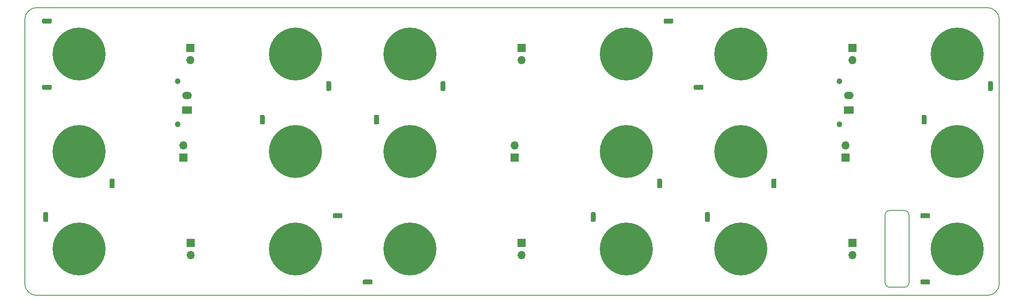
<source format=gbr>
%TF.GenerationSoftware,KiCad,Pcbnew,(5.0.0-rc2-dev-632-g76d3b6f04)*%
%TF.CreationDate,2018-06-22T20:22:36+02:00*%
%TF.ProjectId,CellsBoard,43656C6C73426F6172642E6B69636164,rev?*%
%TF.SameCoordinates,Original*%
%TF.FileFunction,Soldermask,Bot*%
%TF.FilePolarity,Negative*%
%FSLAX46Y46*%
G04 Gerber Fmt 4.6, Leading zero omitted, Abs format (unit mm)*
G04 Created by KiCad (PCBNEW (5.0.0-rc2-dev-632-g76d3b6f04)) date 06/22/18 20:22:36*
%MOMM*%
%LPD*%
G01*
G04 APERTURE LIST*
%ADD10C,0.150000*%
%ADD11C,11.000000*%
%ADD12C,0.900000*%
%ADD13C,1.000000*%
%ADD14O,2.000000X1.500000*%
%ADD15R,2.000000X1.500000*%
%ADD16C,1.200000*%
%ADD17O,1.700000X1.700000*%
%ADD18R,1.700000X1.700000*%
G04 APERTURE END LIST*
D10*
X229750000Y-132300000D02*
X232750000Y-132300000D01*
X228750000Y-147300000D02*
X228750000Y-133300000D01*
X232750000Y-148300000D02*
X229750000Y-148300000D01*
X233750000Y-133300000D02*
X233750000Y-147300000D01*
X229750000Y-148300000D02*
G75*
G02X228750000Y-147300000I0J1000000D01*
G01*
X228750000Y-133300000D02*
G75*
G02X229750000Y-132300000I1000000J0D01*
G01*
X232750000Y-132300000D02*
G75*
G02X233750000Y-133300000I0J-1000000D01*
G01*
X233750000Y-147300000D02*
G75*
G02X232750000Y-148300000I-1000000J0D01*
G01*
X250000000Y-90000000D02*
X52500000Y-90000000D01*
X250000000Y-90000000D02*
G75*
G02X252500000Y-92500000I0J-2500000D01*
G01*
X252500000Y-147500000D02*
X252500000Y-92500000D01*
X252500000Y-147500000D02*
G75*
G02X250000000Y-150000000I-2500000J0D01*
G01*
X52500000Y-150000000D02*
X250000000Y-150000000D01*
X52500000Y-150000000D02*
G75*
G02X50000000Y-147500000I0J2500000D01*
G01*
X50000000Y-92500000D02*
X50000000Y-147500000D01*
X50000000Y-92500000D02*
G75*
G02X52500000Y-90000000I2500000J0D01*
G01*
D11*
X106250000Y-140300000D03*
D12*
X110375000Y-140300000D03*
X109176815Y-143226815D03*
X106250000Y-144425000D03*
X103323185Y-143226815D03*
X102125000Y-140300000D03*
X103323185Y-137373185D03*
X106250000Y-136175000D03*
X109176815Y-137373185D03*
X134125000Y-140300000D03*
X125875000Y-140300000D03*
X130000000Y-144425000D03*
X127073185Y-137373185D03*
X132926815Y-137373185D03*
X132926815Y-143226815D03*
X130000000Y-136175000D03*
X127073185Y-143226815D03*
D11*
X130000000Y-140300000D03*
D10*
G36*
X115774504Y-132901204D02*
X115798773Y-132904804D01*
X115822571Y-132910765D01*
X115845671Y-132919030D01*
X115867849Y-132929520D01*
X115888893Y-132942133D01*
X115908598Y-132956747D01*
X115926777Y-132973223D01*
X115943253Y-132991402D01*
X115957867Y-133011107D01*
X115970480Y-133032151D01*
X115980970Y-133054329D01*
X115989235Y-133077429D01*
X115995196Y-133101227D01*
X115998796Y-133125496D01*
X116000000Y-133150000D01*
X116000000Y-133650000D01*
X115998796Y-133674504D01*
X115995196Y-133698773D01*
X115989235Y-133722571D01*
X115980970Y-133745671D01*
X115970480Y-133767849D01*
X115957867Y-133788893D01*
X115943253Y-133808598D01*
X115926777Y-133826777D01*
X115908598Y-133843253D01*
X115888893Y-133857867D01*
X115867849Y-133870480D01*
X115845671Y-133880970D01*
X115822571Y-133889235D01*
X115798773Y-133895196D01*
X115774504Y-133898796D01*
X115750000Y-133900000D01*
X114250000Y-133900000D01*
X114225496Y-133898796D01*
X114201227Y-133895196D01*
X114177429Y-133889235D01*
X114154329Y-133880970D01*
X114132151Y-133870480D01*
X114111107Y-133857867D01*
X114091402Y-133843253D01*
X114073223Y-133826777D01*
X114056747Y-133808598D01*
X114042133Y-133788893D01*
X114029520Y-133767849D01*
X114019030Y-133745671D01*
X114010765Y-133722571D01*
X114004804Y-133698773D01*
X114001204Y-133674504D01*
X114000000Y-133650000D01*
X114000000Y-133150000D01*
X114001204Y-133125496D01*
X114004804Y-133101227D01*
X114010765Y-133077429D01*
X114019030Y-133054329D01*
X114029520Y-133032151D01*
X114042133Y-133011107D01*
X114056747Y-132991402D01*
X114073223Y-132973223D01*
X114091402Y-132956747D01*
X114111107Y-132942133D01*
X114132151Y-132929520D01*
X114154329Y-132919030D01*
X114177429Y-132910765D01*
X114201227Y-132904804D01*
X114225496Y-132901204D01*
X114250000Y-132900000D01*
X115750000Y-132900000D01*
X115774504Y-132901204D01*
X115774504Y-132901204D01*
G37*
D13*
X115000000Y-133400000D03*
D10*
G36*
X122024504Y-146701204D02*
X122048773Y-146704804D01*
X122072571Y-146710765D01*
X122095671Y-146719030D01*
X122117849Y-146729520D01*
X122138893Y-146742133D01*
X122158598Y-146756747D01*
X122176777Y-146773223D01*
X122193253Y-146791402D01*
X122207867Y-146811107D01*
X122220480Y-146832151D01*
X122230970Y-146854329D01*
X122239235Y-146877429D01*
X122245196Y-146901227D01*
X122248796Y-146925496D01*
X122250000Y-146950000D01*
X122250000Y-147450000D01*
X122248796Y-147474504D01*
X122245196Y-147498773D01*
X122239235Y-147522571D01*
X122230970Y-147545671D01*
X122220480Y-147567849D01*
X122207867Y-147588893D01*
X122193253Y-147608598D01*
X122176777Y-147626777D01*
X122158598Y-147643253D01*
X122138893Y-147657867D01*
X122117849Y-147670480D01*
X122095671Y-147680970D01*
X122072571Y-147689235D01*
X122048773Y-147695196D01*
X122024504Y-147698796D01*
X122000000Y-147700000D01*
X120500000Y-147700000D01*
X120475496Y-147698796D01*
X120451227Y-147695196D01*
X120427429Y-147689235D01*
X120404329Y-147680970D01*
X120382151Y-147670480D01*
X120361107Y-147657867D01*
X120341402Y-147643253D01*
X120323223Y-147626777D01*
X120306747Y-147608598D01*
X120292133Y-147588893D01*
X120279520Y-147567849D01*
X120269030Y-147545671D01*
X120260765Y-147522571D01*
X120254804Y-147498773D01*
X120251204Y-147474504D01*
X120250000Y-147450000D01*
X120250000Y-146950000D01*
X120251204Y-146925496D01*
X120254804Y-146901227D01*
X120260765Y-146877429D01*
X120269030Y-146854329D01*
X120279520Y-146832151D01*
X120292133Y-146811107D01*
X120306747Y-146791402D01*
X120323223Y-146773223D01*
X120341402Y-146756747D01*
X120361107Y-146742133D01*
X120382151Y-146729520D01*
X120404329Y-146719030D01*
X120427429Y-146710765D01*
X120451227Y-146704804D01*
X120475496Y-146701204D01*
X120500000Y-146700000D01*
X122000000Y-146700000D01*
X122024504Y-146701204D01*
X122024504Y-146701204D01*
G37*
D13*
X121250000Y-147200000D03*
D11*
X175000000Y-99700000D03*
D12*
X179125000Y-99700000D03*
X177926815Y-102626815D03*
X175000000Y-103825000D03*
X172073185Y-102626815D03*
X170875000Y-99700000D03*
X172073185Y-96773185D03*
X175000000Y-95575000D03*
X177926815Y-96773185D03*
X202875000Y-99700000D03*
X194625000Y-99700000D03*
X198750000Y-103825000D03*
X195823185Y-96773185D03*
X201676815Y-96773185D03*
X201676815Y-102626815D03*
X198750000Y-95575000D03*
X195823185Y-102626815D03*
D11*
X198750000Y-99700000D03*
D10*
G36*
X184524504Y-92301204D02*
X184548773Y-92304804D01*
X184572571Y-92310765D01*
X184595671Y-92319030D01*
X184617849Y-92329520D01*
X184638893Y-92342133D01*
X184658598Y-92356747D01*
X184676777Y-92373223D01*
X184693253Y-92391402D01*
X184707867Y-92411107D01*
X184720480Y-92432151D01*
X184730970Y-92454329D01*
X184739235Y-92477429D01*
X184745196Y-92501227D01*
X184748796Y-92525496D01*
X184750000Y-92550000D01*
X184750000Y-93050000D01*
X184748796Y-93074504D01*
X184745196Y-93098773D01*
X184739235Y-93122571D01*
X184730970Y-93145671D01*
X184720480Y-93167849D01*
X184707867Y-93188893D01*
X184693253Y-93208598D01*
X184676777Y-93226777D01*
X184658598Y-93243253D01*
X184638893Y-93257867D01*
X184617849Y-93270480D01*
X184595671Y-93280970D01*
X184572571Y-93289235D01*
X184548773Y-93295196D01*
X184524504Y-93298796D01*
X184500000Y-93300000D01*
X183000000Y-93300000D01*
X182975496Y-93298796D01*
X182951227Y-93295196D01*
X182927429Y-93289235D01*
X182904329Y-93280970D01*
X182882151Y-93270480D01*
X182861107Y-93257867D01*
X182841402Y-93243253D01*
X182823223Y-93226777D01*
X182806747Y-93208598D01*
X182792133Y-93188893D01*
X182779520Y-93167849D01*
X182769030Y-93145671D01*
X182760765Y-93122571D01*
X182754804Y-93098773D01*
X182751204Y-93074504D01*
X182750000Y-93050000D01*
X182750000Y-92550000D01*
X182751204Y-92525496D01*
X182754804Y-92501227D01*
X182760765Y-92477429D01*
X182769030Y-92454329D01*
X182779520Y-92432151D01*
X182792133Y-92411107D01*
X182806747Y-92391402D01*
X182823223Y-92373223D01*
X182841402Y-92356747D01*
X182861107Y-92342133D01*
X182882151Y-92329520D01*
X182904329Y-92319030D01*
X182927429Y-92310765D01*
X182951227Y-92304804D01*
X182975496Y-92301204D01*
X183000000Y-92300000D01*
X184500000Y-92300000D01*
X184524504Y-92301204D01*
X184524504Y-92301204D01*
G37*
D13*
X183750000Y-92800000D03*
D10*
G36*
X190774504Y-106101204D02*
X190798773Y-106104804D01*
X190822571Y-106110765D01*
X190845671Y-106119030D01*
X190867849Y-106129520D01*
X190888893Y-106142133D01*
X190908598Y-106156747D01*
X190926777Y-106173223D01*
X190943253Y-106191402D01*
X190957867Y-106211107D01*
X190970480Y-106232151D01*
X190980970Y-106254329D01*
X190989235Y-106277429D01*
X190995196Y-106301227D01*
X190998796Y-106325496D01*
X191000000Y-106350000D01*
X191000000Y-106850000D01*
X190998796Y-106874504D01*
X190995196Y-106898773D01*
X190989235Y-106922571D01*
X190980970Y-106945671D01*
X190970480Y-106967849D01*
X190957867Y-106988893D01*
X190943253Y-107008598D01*
X190926777Y-107026777D01*
X190908598Y-107043253D01*
X190888893Y-107057867D01*
X190867849Y-107070480D01*
X190845671Y-107080970D01*
X190822571Y-107089235D01*
X190798773Y-107095196D01*
X190774504Y-107098796D01*
X190750000Y-107100000D01*
X189250000Y-107100000D01*
X189225496Y-107098796D01*
X189201227Y-107095196D01*
X189177429Y-107089235D01*
X189154329Y-107080970D01*
X189132151Y-107070480D01*
X189111107Y-107057867D01*
X189091402Y-107043253D01*
X189073223Y-107026777D01*
X189056747Y-107008598D01*
X189042133Y-106988893D01*
X189029520Y-106967849D01*
X189019030Y-106945671D01*
X189010765Y-106922571D01*
X189004804Y-106898773D01*
X189001204Y-106874504D01*
X189000000Y-106850000D01*
X189000000Y-106350000D01*
X189001204Y-106325496D01*
X189004804Y-106301227D01*
X189010765Y-106277429D01*
X189019030Y-106254329D01*
X189029520Y-106232151D01*
X189042133Y-106211107D01*
X189056747Y-106191402D01*
X189073223Y-106173223D01*
X189091402Y-106156747D01*
X189111107Y-106142133D01*
X189132151Y-106129520D01*
X189154329Y-106119030D01*
X189177429Y-106110765D01*
X189201227Y-106104804D01*
X189225496Y-106101204D01*
X189250000Y-106100000D01*
X190750000Y-106100000D01*
X190774504Y-106101204D01*
X190774504Y-106101204D01*
G37*
D13*
X190000000Y-106600000D03*
D11*
X106250000Y-120000000D03*
D12*
X106250000Y-115875000D03*
X109176815Y-117073185D03*
X110375000Y-120000000D03*
X109176815Y-122926815D03*
X106250000Y-124125000D03*
X103323185Y-122926815D03*
X102125000Y-120000000D03*
X103323185Y-117073185D03*
X106250000Y-95575000D03*
X106250000Y-103825000D03*
X110375000Y-99700000D03*
X103323185Y-102626815D03*
X103323185Y-96773185D03*
X109176815Y-96773185D03*
X102125000Y-99700000D03*
X109176815Y-102626815D03*
D11*
X106250000Y-99700000D03*
D10*
G36*
X99624504Y-112351204D02*
X99648773Y-112354804D01*
X99672571Y-112360765D01*
X99695671Y-112369030D01*
X99717849Y-112379520D01*
X99738893Y-112392133D01*
X99758598Y-112406747D01*
X99776777Y-112423223D01*
X99793253Y-112441402D01*
X99807867Y-112461107D01*
X99820480Y-112482151D01*
X99830970Y-112504329D01*
X99839235Y-112527429D01*
X99845196Y-112551227D01*
X99848796Y-112575496D01*
X99850000Y-112600000D01*
X99850000Y-114100000D01*
X99848796Y-114124504D01*
X99845196Y-114148773D01*
X99839235Y-114172571D01*
X99830970Y-114195671D01*
X99820480Y-114217849D01*
X99807867Y-114238893D01*
X99793253Y-114258598D01*
X99776777Y-114276777D01*
X99758598Y-114293253D01*
X99738893Y-114307867D01*
X99717849Y-114320480D01*
X99695671Y-114330970D01*
X99672571Y-114339235D01*
X99648773Y-114345196D01*
X99624504Y-114348796D01*
X99600000Y-114350000D01*
X99100000Y-114350000D01*
X99075496Y-114348796D01*
X99051227Y-114345196D01*
X99027429Y-114339235D01*
X99004329Y-114330970D01*
X98982151Y-114320480D01*
X98961107Y-114307867D01*
X98941402Y-114293253D01*
X98923223Y-114276777D01*
X98906747Y-114258598D01*
X98892133Y-114238893D01*
X98879520Y-114217849D01*
X98869030Y-114195671D01*
X98860765Y-114172571D01*
X98854804Y-114148773D01*
X98851204Y-114124504D01*
X98850000Y-114100000D01*
X98850000Y-112600000D01*
X98851204Y-112575496D01*
X98854804Y-112551227D01*
X98860765Y-112527429D01*
X98869030Y-112504329D01*
X98879520Y-112482151D01*
X98892133Y-112461107D01*
X98906747Y-112441402D01*
X98923223Y-112423223D01*
X98941402Y-112406747D01*
X98961107Y-112392133D01*
X98982151Y-112379520D01*
X99004329Y-112369030D01*
X99027429Y-112360765D01*
X99051227Y-112354804D01*
X99075496Y-112351204D01*
X99100000Y-112350000D01*
X99600000Y-112350000D01*
X99624504Y-112351204D01*
X99624504Y-112351204D01*
G37*
D13*
X99350000Y-113350000D03*
D10*
G36*
X113424504Y-105351204D02*
X113448773Y-105354804D01*
X113472571Y-105360765D01*
X113495671Y-105369030D01*
X113517849Y-105379520D01*
X113538893Y-105392133D01*
X113558598Y-105406747D01*
X113576777Y-105423223D01*
X113593253Y-105441402D01*
X113607867Y-105461107D01*
X113620480Y-105482151D01*
X113630970Y-105504329D01*
X113639235Y-105527429D01*
X113645196Y-105551227D01*
X113648796Y-105575496D01*
X113650000Y-105600000D01*
X113650000Y-107100000D01*
X113648796Y-107124504D01*
X113645196Y-107148773D01*
X113639235Y-107172571D01*
X113630970Y-107195671D01*
X113620480Y-107217849D01*
X113607867Y-107238893D01*
X113593253Y-107258598D01*
X113576777Y-107276777D01*
X113558598Y-107293253D01*
X113538893Y-107307867D01*
X113517849Y-107320480D01*
X113495671Y-107330970D01*
X113472571Y-107339235D01*
X113448773Y-107345196D01*
X113424504Y-107348796D01*
X113400000Y-107350000D01*
X112900000Y-107350000D01*
X112875496Y-107348796D01*
X112851227Y-107345196D01*
X112827429Y-107339235D01*
X112804329Y-107330970D01*
X112782151Y-107320480D01*
X112761107Y-107307867D01*
X112741402Y-107293253D01*
X112723223Y-107276777D01*
X112706747Y-107258598D01*
X112692133Y-107238893D01*
X112679520Y-107217849D01*
X112669030Y-107195671D01*
X112660765Y-107172571D01*
X112654804Y-107148773D01*
X112651204Y-107124504D01*
X112650000Y-107100000D01*
X112650000Y-105600000D01*
X112651204Y-105575496D01*
X112654804Y-105551227D01*
X112660765Y-105527429D01*
X112669030Y-105504329D01*
X112679520Y-105482151D01*
X112692133Y-105461107D01*
X112706747Y-105441402D01*
X112723223Y-105423223D01*
X112741402Y-105406747D01*
X112761107Y-105392133D01*
X112782151Y-105379520D01*
X112804329Y-105369030D01*
X112827429Y-105360765D01*
X112851227Y-105354804D01*
X112875496Y-105351204D01*
X112900000Y-105350000D01*
X113400000Y-105350000D01*
X113424504Y-105351204D01*
X113424504Y-105351204D01*
G37*
D13*
X113150000Y-106350000D03*
D11*
X61250000Y-140300000D03*
D12*
X61250000Y-136175000D03*
X64176815Y-137373185D03*
X65375000Y-140300000D03*
X64176815Y-143226815D03*
X61250000Y-144425000D03*
X58323185Y-143226815D03*
X57125000Y-140300000D03*
X58323185Y-137373185D03*
X61250000Y-115875000D03*
X61250000Y-124125000D03*
X65375000Y-120000000D03*
X58323185Y-122926815D03*
X58323185Y-117073185D03*
X64176815Y-117073185D03*
X57125000Y-120000000D03*
X64176815Y-122926815D03*
D11*
X61250000Y-120000000D03*
D10*
G36*
X54624504Y-132651204D02*
X54648773Y-132654804D01*
X54672571Y-132660765D01*
X54695671Y-132669030D01*
X54717849Y-132679520D01*
X54738893Y-132692133D01*
X54758598Y-132706747D01*
X54776777Y-132723223D01*
X54793253Y-132741402D01*
X54807867Y-132761107D01*
X54820480Y-132782151D01*
X54830970Y-132804329D01*
X54839235Y-132827429D01*
X54845196Y-132851227D01*
X54848796Y-132875496D01*
X54850000Y-132900000D01*
X54850000Y-134400000D01*
X54848796Y-134424504D01*
X54845196Y-134448773D01*
X54839235Y-134472571D01*
X54830970Y-134495671D01*
X54820480Y-134517849D01*
X54807867Y-134538893D01*
X54793253Y-134558598D01*
X54776777Y-134576777D01*
X54758598Y-134593253D01*
X54738893Y-134607867D01*
X54717849Y-134620480D01*
X54695671Y-134630970D01*
X54672571Y-134639235D01*
X54648773Y-134645196D01*
X54624504Y-134648796D01*
X54600000Y-134650000D01*
X54100000Y-134650000D01*
X54075496Y-134648796D01*
X54051227Y-134645196D01*
X54027429Y-134639235D01*
X54004329Y-134630970D01*
X53982151Y-134620480D01*
X53961107Y-134607867D01*
X53941402Y-134593253D01*
X53923223Y-134576777D01*
X53906747Y-134558598D01*
X53892133Y-134538893D01*
X53879520Y-134517849D01*
X53869030Y-134495671D01*
X53860765Y-134472571D01*
X53854804Y-134448773D01*
X53851204Y-134424504D01*
X53850000Y-134400000D01*
X53850000Y-132900000D01*
X53851204Y-132875496D01*
X53854804Y-132851227D01*
X53860765Y-132827429D01*
X53869030Y-132804329D01*
X53879520Y-132782151D01*
X53892133Y-132761107D01*
X53906747Y-132741402D01*
X53923223Y-132723223D01*
X53941402Y-132706747D01*
X53961107Y-132692133D01*
X53982151Y-132679520D01*
X54004329Y-132669030D01*
X54027429Y-132660765D01*
X54051227Y-132654804D01*
X54075496Y-132651204D01*
X54100000Y-132650000D01*
X54600000Y-132650000D01*
X54624504Y-132651204D01*
X54624504Y-132651204D01*
G37*
D13*
X54350000Y-133650000D03*
D10*
G36*
X68424504Y-125651204D02*
X68448773Y-125654804D01*
X68472571Y-125660765D01*
X68495671Y-125669030D01*
X68517849Y-125679520D01*
X68538893Y-125692133D01*
X68558598Y-125706747D01*
X68576777Y-125723223D01*
X68593253Y-125741402D01*
X68607867Y-125761107D01*
X68620480Y-125782151D01*
X68630970Y-125804329D01*
X68639235Y-125827429D01*
X68645196Y-125851227D01*
X68648796Y-125875496D01*
X68650000Y-125900000D01*
X68650000Y-127400000D01*
X68648796Y-127424504D01*
X68645196Y-127448773D01*
X68639235Y-127472571D01*
X68630970Y-127495671D01*
X68620480Y-127517849D01*
X68607867Y-127538893D01*
X68593253Y-127558598D01*
X68576777Y-127576777D01*
X68558598Y-127593253D01*
X68538893Y-127607867D01*
X68517849Y-127620480D01*
X68495671Y-127630970D01*
X68472571Y-127639235D01*
X68448773Y-127645196D01*
X68424504Y-127648796D01*
X68400000Y-127650000D01*
X67900000Y-127650000D01*
X67875496Y-127648796D01*
X67851227Y-127645196D01*
X67827429Y-127639235D01*
X67804329Y-127630970D01*
X67782151Y-127620480D01*
X67761107Y-127607867D01*
X67741402Y-127593253D01*
X67723223Y-127576777D01*
X67706747Y-127558598D01*
X67692133Y-127538893D01*
X67679520Y-127517849D01*
X67669030Y-127495671D01*
X67660765Y-127472571D01*
X67654804Y-127448773D01*
X67651204Y-127424504D01*
X67650000Y-127400000D01*
X67650000Y-125900000D01*
X67651204Y-125875496D01*
X67654804Y-125851227D01*
X67660765Y-125827429D01*
X67669030Y-125804329D01*
X67679520Y-125782151D01*
X67692133Y-125761107D01*
X67706747Y-125741402D01*
X67723223Y-125723223D01*
X67741402Y-125706747D01*
X67761107Y-125692133D01*
X67782151Y-125679520D01*
X67804329Y-125669030D01*
X67827429Y-125660765D01*
X67851227Y-125654804D01*
X67875496Y-125651204D01*
X67900000Y-125650000D01*
X68400000Y-125650000D01*
X68424504Y-125651204D01*
X68424504Y-125651204D01*
G37*
D13*
X68150000Y-126650000D03*
D11*
X175000000Y-120000000D03*
D12*
X175000000Y-124125000D03*
X172073185Y-122926815D03*
X170875000Y-120000000D03*
X172073185Y-117073185D03*
X175000000Y-115875000D03*
X177926815Y-117073185D03*
X179125000Y-120000000D03*
X177926815Y-122926815D03*
X175000000Y-144425000D03*
X175000000Y-136175000D03*
X170875000Y-140300000D03*
X177926815Y-137373185D03*
X177926815Y-143226815D03*
X172073185Y-143226815D03*
X179125000Y-140300000D03*
X172073185Y-137373185D03*
D11*
X175000000Y-140300000D03*
D10*
G36*
X182174504Y-125651204D02*
X182198773Y-125654804D01*
X182222571Y-125660765D01*
X182245671Y-125669030D01*
X182267849Y-125679520D01*
X182288893Y-125692133D01*
X182308598Y-125706747D01*
X182326777Y-125723223D01*
X182343253Y-125741402D01*
X182357867Y-125761107D01*
X182370480Y-125782151D01*
X182380970Y-125804329D01*
X182389235Y-125827429D01*
X182395196Y-125851227D01*
X182398796Y-125875496D01*
X182400000Y-125900000D01*
X182400000Y-127400000D01*
X182398796Y-127424504D01*
X182395196Y-127448773D01*
X182389235Y-127472571D01*
X182380970Y-127495671D01*
X182370480Y-127517849D01*
X182357867Y-127538893D01*
X182343253Y-127558598D01*
X182326777Y-127576777D01*
X182308598Y-127593253D01*
X182288893Y-127607867D01*
X182267849Y-127620480D01*
X182245671Y-127630970D01*
X182222571Y-127639235D01*
X182198773Y-127645196D01*
X182174504Y-127648796D01*
X182150000Y-127650000D01*
X181650000Y-127650000D01*
X181625496Y-127648796D01*
X181601227Y-127645196D01*
X181577429Y-127639235D01*
X181554329Y-127630970D01*
X181532151Y-127620480D01*
X181511107Y-127607867D01*
X181491402Y-127593253D01*
X181473223Y-127576777D01*
X181456747Y-127558598D01*
X181442133Y-127538893D01*
X181429520Y-127517849D01*
X181419030Y-127495671D01*
X181410765Y-127472571D01*
X181404804Y-127448773D01*
X181401204Y-127424504D01*
X181400000Y-127400000D01*
X181400000Y-125900000D01*
X181401204Y-125875496D01*
X181404804Y-125851227D01*
X181410765Y-125827429D01*
X181419030Y-125804329D01*
X181429520Y-125782151D01*
X181442133Y-125761107D01*
X181456747Y-125741402D01*
X181473223Y-125723223D01*
X181491402Y-125706747D01*
X181511107Y-125692133D01*
X181532151Y-125679520D01*
X181554329Y-125669030D01*
X181577429Y-125660765D01*
X181601227Y-125654804D01*
X181625496Y-125651204D01*
X181650000Y-125650000D01*
X182150000Y-125650000D01*
X182174504Y-125651204D01*
X182174504Y-125651204D01*
G37*
D13*
X181900000Y-126650000D03*
D10*
G36*
X168374504Y-132651204D02*
X168398773Y-132654804D01*
X168422571Y-132660765D01*
X168445671Y-132669030D01*
X168467849Y-132679520D01*
X168488893Y-132692133D01*
X168508598Y-132706747D01*
X168526777Y-132723223D01*
X168543253Y-132741402D01*
X168557867Y-132761107D01*
X168570480Y-132782151D01*
X168580970Y-132804329D01*
X168589235Y-132827429D01*
X168595196Y-132851227D01*
X168598796Y-132875496D01*
X168600000Y-132900000D01*
X168600000Y-134400000D01*
X168598796Y-134424504D01*
X168595196Y-134448773D01*
X168589235Y-134472571D01*
X168580970Y-134495671D01*
X168570480Y-134517849D01*
X168557867Y-134538893D01*
X168543253Y-134558598D01*
X168526777Y-134576777D01*
X168508598Y-134593253D01*
X168488893Y-134607867D01*
X168467849Y-134620480D01*
X168445671Y-134630970D01*
X168422571Y-134639235D01*
X168398773Y-134645196D01*
X168374504Y-134648796D01*
X168350000Y-134650000D01*
X167850000Y-134650000D01*
X167825496Y-134648796D01*
X167801227Y-134645196D01*
X167777429Y-134639235D01*
X167754329Y-134630970D01*
X167732151Y-134620480D01*
X167711107Y-134607867D01*
X167691402Y-134593253D01*
X167673223Y-134576777D01*
X167656747Y-134558598D01*
X167642133Y-134538893D01*
X167629520Y-134517849D01*
X167619030Y-134495671D01*
X167610765Y-134472571D01*
X167604804Y-134448773D01*
X167601204Y-134424504D01*
X167600000Y-134400000D01*
X167600000Y-132900000D01*
X167601204Y-132875496D01*
X167604804Y-132851227D01*
X167610765Y-132827429D01*
X167619030Y-132804329D01*
X167629520Y-132782151D01*
X167642133Y-132761107D01*
X167656747Y-132741402D01*
X167673223Y-132723223D01*
X167691402Y-132706747D01*
X167711107Y-132692133D01*
X167732151Y-132679520D01*
X167754329Y-132669030D01*
X167777429Y-132660765D01*
X167801227Y-132654804D01*
X167825496Y-132651204D01*
X167850000Y-132650000D01*
X168350000Y-132650000D01*
X168374504Y-132651204D01*
X168374504Y-132651204D01*
G37*
D13*
X168100000Y-133650000D03*
D11*
X130000000Y-99700000D03*
D12*
X130000000Y-103825000D03*
X127073185Y-102626815D03*
X125875000Y-99700000D03*
X127073185Y-96773185D03*
X130000000Y-95575000D03*
X132926815Y-96773185D03*
X134125000Y-99700000D03*
X132926815Y-102626815D03*
X130000000Y-124125000D03*
X130000000Y-115875000D03*
X125875000Y-120000000D03*
X132926815Y-117073185D03*
X132926815Y-122926815D03*
X127073185Y-122926815D03*
X134125000Y-120000000D03*
X127073185Y-117073185D03*
D11*
X130000000Y-120000000D03*
D10*
G36*
X137174504Y-105351204D02*
X137198773Y-105354804D01*
X137222571Y-105360765D01*
X137245671Y-105369030D01*
X137267849Y-105379520D01*
X137288893Y-105392133D01*
X137308598Y-105406747D01*
X137326777Y-105423223D01*
X137343253Y-105441402D01*
X137357867Y-105461107D01*
X137370480Y-105482151D01*
X137380970Y-105504329D01*
X137389235Y-105527429D01*
X137395196Y-105551227D01*
X137398796Y-105575496D01*
X137400000Y-105600000D01*
X137400000Y-107100000D01*
X137398796Y-107124504D01*
X137395196Y-107148773D01*
X137389235Y-107172571D01*
X137380970Y-107195671D01*
X137370480Y-107217849D01*
X137357867Y-107238893D01*
X137343253Y-107258598D01*
X137326777Y-107276777D01*
X137308598Y-107293253D01*
X137288893Y-107307867D01*
X137267849Y-107320480D01*
X137245671Y-107330970D01*
X137222571Y-107339235D01*
X137198773Y-107345196D01*
X137174504Y-107348796D01*
X137150000Y-107350000D01*
X136650000Y-107350000D01*
X136625496Y-107348796D01*
X136601227Y-107345196D01*
X136577429Y-107339235D01*
X136554329Y-107330970D01*
X136532151Y-107320480D01*
X136511107Y-107307867D01*
X136491402Y-107293253D01*
X136473223Y-107276777D01*
X136456747Y-107258598D01*
X136442133Y-107238893D01*
X136429520Y-107217849D01*
X136419030Y-107195671D01*
X136410765Y-107172571D01*
X136404804Y-107148773D01*
X136401204Y-107124504D01*
X136400000Y-107100000D01*
X136400000Y-105600000D01*
X136401204Y-105575496D01*
X136404804Y-105551227D01*
X136410765Y-105527429D01*
X136419030Y-105504329D01*
X136429520Y-105482151D01*
X136442133Y-105461107D01*
X136456747Y-105441402D01*
X136473223Y-105423223D01*
X136491402Y-105406747D01*
X136511107Y-105392133D01*
X136532151Y-105379520D01*
X136554329Y-105369030D01*
X136577429Y-105360765D01*
X136601227Y-105354804D01*
X136625496Y-105351204D01*
X136650000Y-105350000D01*
X137150000Y-105350000D01*
X137174504Y-105351204D01*
X137174504Y-105351204D01*
G37*
D13*
X136900000Y-106350000D03*
D10*
G36*
X123374504Y-112351204D02*
X123398773Y-112354804D01*
X123422571Y-112360765D01*
X123445671Y-112369030D01*
X123467849Y-112379520D01*
X123488893Y-112392133D01*
X123508598Y-112406747D01*
X123526777Y-112423223D01*
X123543253Y-112441402D01*
X123557867Y-112461107D01*
X123570480Y-112482151D01*
X123580970Y-112504329D01*
X123589235Y-112527429D01*
X123595196Y-112551227D01*
X123598796Y-112575496D01*
X123600000Y-112600000D01*
X123600000Y-114100000D01*
X123598796Y-114124504D01*
X123595196Y-114148773D01*
X123589235Y-114172571D01*
X123580970Y-114195671D01*
X123570480Y-114217849D01*
X123557867Y-114238893D01*
X123543253Y-114258598D01*
X123526777Y-114276777D01*
X123508598Y-114293253D01*
X123488893Y-114307867D01*
X123467849Y-114320480D01*
X123445671Y-114330970D01*
X123422571Y-114339235D01*
X123398773Y-114345196D01*
X123374504Y-114348796D01*
X123350000Y-114350000D01*
X122850000Y-114350000D01*
X122825496Y-114348796D01*
X122801227Y-114345196D01*
X122777429Y-114339235D01*
X122754329Y-114330970D01*
X122732151Y-114320480D01*
X122711107Y-114307867D01*
X122691402Y-114293253D01*
X122673223Y-114276777D01*
X122656747Y-114258598D01*
X122642133Y-114238893D01*
X122629520Y-114217849D01*
X122619030Y-114195671D01*
X122610765Y-114172571D01*
X122604804Y-114148773D01*
X122601204Y-114124504D01*
X122600000Y-114100000D01*
X122600000Y-112600000D01*
X122601204Y-112575496D01*
X122604804Y-112551227D01*
X122610765Y-112527429D01*
X122619030Y-112504329D01*
X122629520Y-112482151D01*
X122642133Y-112461107D01*
X122656747Y-112441402D01*
X122673223Y-112423223D01*
X122691402Y-112406747D01*
X122711107Y-112392133D01*
X122732151Y-112379520D01*
X122754329Y-112369030D01*
X122777429Y-112360765D01*
X122801227Y-112354804D01*
X122825496Y-112351204D01*
X122850000Y-112350000D01*
X123350000Y-112350000D01*
X123374504Y-112351204D01*
X123374504Y-112351204D01*
G37*
D13*
X123100000Y-113350000D03*
D11*
X243750000Y-120000000D03*
D12*
X243750000Y-115875000D03*
X246676815Y-117073185D03*
X247875000Y-120000000D03*
X246676815Y-122926815D03*
X243750000Y-124125000D03*
X240823185Y-122926815D03*
X239625000Y-120000000D03*
X240823185Y-117073185D03*
X243750000Y-95575000D03*
X243750000Y-103825000D03*
X247875000Y-99700000D03*
X240823185Y-102626815D03*
X240823185Y-96773185D03*
X246676815Y-96773185D03*
X239625000Y-99700000D03*
X246676815Y-102626815D03*
D11*
X243750000Y-99700000D03*
D10*
G36*
X237124504Y-112351204D02*
X237148773Y-112354804D01*
X237172571Y-112360765D01*
X237195671Y-112369030D01*
X237217849Y-112379520D01*
X237238893Y-112392133D01*
X237258598Y-112406747D01*
X237276777Y-112423223D01*
X237293253Y-112441402D01*
X237307867Y-112461107D01*
X237320480Y-112482151D01*
X237330970Y-112504329D01*
X237339235Y-112527429D01*
X237345196Y-112551227D01*
X237348796Y-112575496D01*
X237350000Y-112600000D01*
X237350000Y-114100000D01*
X237348796Y-114124504D01*
X237345196Y-114148773D01*
X237339235Y-114172571D01*
X237330970Y-114195671D01*
X237320480Y-114217849D01*
X237307867Y-114238893D01*
X237293253Y-114258598D01*
X237276777Y-114276777D01*
X237258598Y-114293253D01*
X237238893Y-114307867D01*
X237217849Y-114320480D01*
X237195671Y-114330970D01*
X237172571Y-114339235D01*
X237148773Y-114345196D01*
X237124504Y-114348796D01*
X237100000Y-114350000D01*
X236600000Y-114350000D01*
X236575496Y-114348796D01*
X236551227Y-114345196D01*
X236527429Y-114339235D01*
X236504329Y-114330970D01*
X236482151Y-114320480D01*
X236461107Y-114307867D01*
X236441402Y-114293253D01*
X236423223Y-114276777D01*
X236406747Y-114258598D01*
X236392133Y-114238893D01*
X236379520Y-114217849D01*
X236369030Y-114195671D01*
X236360765Y-114172571D01*
X236354804Y-114148773D01*
X236351204Y-114124504D01*
X236350000Y-114100000D01*
X236350000Y-112600000D01*
X236351204Y-112575496D01*
X236354804Y-112551227D01*
X236360765Y-112527429D01*
X236369030Y-112504329D01*
X236379520Y-112482151D01*
X236392133Y-112461107D01*
X236406747Y-112441402D01*
X236423223Y-112423223D01*
X236441402Y-112406747D01*
X236461107Y-112392133D01*
X236482151Y-112379520D01*
X236504329Y-112369030D01*
X236527429Y-112360765D01*
X236551227Y-112354804D01*
X236575496Y-112351204D01*
X236600000Y-112350000D01*
X237100000Y-112350000D01*
X237124504Y-112351204D01*
X237124504Y-112351204D01*
G37*
D13*
X236850000Y-113350000D03*
D10*
G36*
X250924504Y-105351204D02*
X250948773Y-105354804D01*
X250972571Y-105360765D01*
X250995671Y-105369030D01*
X251017849Y-105379520D01*
X251038893Y-105392133D01*
X251058598Y-105406747D01*
X251076777Y-105423223D01*
X251093253Y-105441402D01*
X251107867Y-105461107D01*
X251120480Y-105482151D01*
X251130970Y-105504329D01*
X251139235Y-105527429D01*
X251145196Y-105551227D01*
X251148796Y-105575496D01*
X251150000Y-105600000D01*
X251150000Y-107100000D01*
X251148796Y-107124504D01*
X251145196Y-107148773D01*
X251139235Y-107172571D01*
X251130970Y-107195671D01*
X251120480Y-107217849D01*
X251107867Y-107238893D01*
X251093253Y-107258598D01*
X251076777Y-107276777D01*
X251058598Y-107293253D01*
X251038893Y-107307867D01*
X251017849Y-107320480D01*
X250995671Y-107330970D01*
X250972571Y-107339235D01*
X250948773Y-107345196D01*
X250924504Y-107348796D01*
X250900000Y-107350000D01*
X250400000Y-107350000D01*
X250375496Y-107348796D01*
X250351227Y-107345196D01*
X250327429Y-107339235D01*
X250304329Y-107330970D01*
X250282151Y-107320480D01*
X250261107Y-107307867D01*
X250241402Y-107293253D01*
X250223223Y-107276777D01*
X250206747Y-107258598D01*
X250192133Y-107238893D01*
X250179520Y-107217849D01*
X250169030Y-107195671D01*
X250160765Y-107172571D01*
X250154804Y-107148773D01*
X250151204Y-107124504D01*
X250150000Y-107100000D01*
X250150000Y-105600000D01*
X250151204Y-105575496D01*
X250154804Y-105551227D01*
X250160765Y-105527429D01*
X250169030Y-105504329D01*
X250179520Y-105482151D01*
X250192133Y-105461107D01*
X250206747Y-105441402D01*
X250223223Y-105423223D01*
X250241402Y-105406747D01*
X250261107Y-105392133D01*
X250282151Y-105379520D01*
X250304329Y-105369030D01*
X250327429Y-105360765D01*
X250351227Y-105354804D01*
X250375496Y-105351204D01*
X250400000Y-105350000D01*
X250900000Y-105350000D01*
X250924504Y-105351204D01*
X250924504Y-105351204D01*
G37*
D13*
X250650000Y-106350000D03*
D11*
X198750000Y-140300000D03*
D12*
X198750000Y-136175000D03*
X201676815Y-137373185D03*
X202875000Y-140300000D03*
X201676815Y-143226815D03*
X198750000Y-144425000D03*
X195823185Y-143226815D03*
X194625000Y-140300000D03*
X195823185Y-137373185D03*
X198750000Y-115875000D03*
X198750000Y-124125000D03*
X202875000Y-120000000D03*
X195823185Y-122926815D03*
X195823185Y-117073185D03*
X201676815Y-117073185D03*
X194625000Y-120000000D03*
X201676815Y-122926815D03*
D11*
X198750000Y-120000000D03*
D10*
G36*
X192124504Y-132651204D02*
X192148773Y-132654804D01*
X192172571Y-132660765D01*
X192195671Y-132669030D01*
X192217849Y-132679520D01*
X192238893Y-132692133D01*
X192258598Y-132706747D01*
X192276777Y-132723223D01*
X192293253Y-132741402D01*
X192307867Y-132761107D01*
X192320480Y-132782151D01*
X192330970Y-132804329D01*
X192339235Y-132827429D01*
X192345196Y-132851227D01*
X192348796Y-132875496D01*
X192350000Y-132900000D01*
X192350000Y-134400000D01*
X192348796Y-134424504D01*
X192345196Y-134448773D01*
X192339235Y-134472571D01*
X192330970Y-134495671D01*
X192320480Y-134517849D01*
X192307867Y-134538893D01*
X192293253Y-134558598D01*
X192276777Y-134576777D01*
X192258598Y-134593253D01*
X192238893Y-134607867D01*
X192217849Y-134620480D01*
X192195671Y-134630970D01*
X192172571Y-134639235D01*
X192148773Y-134645196D01*
X192124504Y-134648796D01*
X192100000Y-134650000D01*
X191600000Y-134650000D01*
X191575496Y-134648796D01*
X191551227Y-134645196D01*
X191527429Y-134639235D01*
X191504329Y-134630970D01*
X191482151Y-134620480D01*
X191461107Y-134607867D01*
X191441402Y-134593253D01*
X191423223Y-134576777D01*
X191406747Y-134558598D01*
X191392133Y-134538893D01*
X191379520Y-134517849D01*
X191369030Y-134495671D01*
X191360765Y-134472571D01*
X191354804Y-134448773D01*
X191351204Y-134424504D01*
X191350000Y-134400000D01*
X191350000Y-132900000D01*
X191351204Y-132875496D01*
X191354804Y-132851227D01*
X191360765Y-132827429D01*
X191369030Y-132804329D01*
X191379520Y-132782151D01*
X191392133Y-132761107D01*
X191406747Y-132741402D01*
X191423223Y-132723223D01*
X191441402Y-132706747D01*
X191461107Y-132692133D01*
X191482151Y-132679520D01*
X191504329Y-132669030D01*
X191527429Y-132660765D01*
X191551227Y-132654804D01*
X191575496Y-132651204D01*
X191600000Y-132650000D01*
X192100000Y-132650000D01*
X192124504Y-132651204D01*
X192124504Y-132651204D01*
G37*
D13*
X191850000Y-133650000D03*
D10*
G36*
X205924504Y-125651204D02*
X205948773Y-125654804D01*
X205972571Y-125660765D01*
X205995671Y-125669030D01*
X206017849Y-125679520D01*
X206038893Y-125692133D01*
X206058598Y-125706747D01*
X206076777Y-125723223D01*
X206093253Y-125741402D01*
X206107867Y-125761107D01*
X206120480Y-125782151D01*
X206130970Y-125804329D01*
X206139235Y-125827429D01*
X206145196Y-125851227D01*
X206148796Y-125875496D01*
X206150000Y-125900000D01*
X206150000Y-127400000D01*
X206148796Y-127424504D01*
X206145196Y-127448773D01*
X206139235Y-127472571D01*
X206130970Y-127495671D01*
X206120480Y-127517849D01*
X206107867Y-127538893D01*
X206093253Y-127558598D01*
X206076777Y-127576777D01*
X206058598Y-127593253D01*
X206038893Y-127607867D01*
X206017849Y-127620480D01*
X205995671Y-127630970D01*
X205972571Y-127639235D01*
X205948773Y-127645196D01*
X205924504Y-127648796D01*
X205900000Y-127650000D01*
X205400000Y-127650000D01*
X205375496Y-127648796D01*
X205351227Y-127645196D01*
X205327429Y-127639235D01*
X205304329Y-127630970D01*
X205282151Y-127620480D01*
X205261107Y-127607867D01*
X205241402Y-127593253D01*
X205223223Y-127576777D01*
X205206747Y-127558598D01*
X205192133Y-127538893D01*
X205179520Y-127517849D01*
X205169030Y-127495671D01*
X205160765Y-127472571D01*
X205154804Y-127448773D01*
X205151204Y-127424504D01*
X205150000Y-127400000D01*
X205150000Y-125900000D01*
X205151204Y-125875496D01*
X205154804Y-125851227D01*
X205160765Y-125827429D01*
X205169030Y-125804329D01*
X205179520Y-125782151D01*
X205192133Y-125761107D01*
X205206747Y-125741402D01*
X205223223Y-125723223D01*
X205241402Y-125706747D01*
X205261107Y-125692133D01*
X205282151Y-125679520D01*
X205304329Y-125669030D01*
X205327429Y-125660765D01*
X205351227Y-125654804D01*
X205375496Y-125651204D01*
X205400000Y-125650000D01*
X205900000Y-125650000D01*
X205924504Y-125651204D01*
X205924504Y-125651204D01*
G37*
D13*
X205650000Y-126650000D03*
D10*
G36*
X55374504Y-106101204D02*
X55398773Y-106104804D01*
X55422571Y-106110765D01*
X55445671Y-106119030D01*
X55467849Y-106129520D01*
X55488893Y-106142133D01*
X55508598Y-106156747D01*
X55526777Y-106173223D01*
X55543253Y-106191402D01*
X55557867Y-106211107D01*
X55570480Y-106232151D01*
X55580970Y-106254329D01*
X55589235Y-106277429D01*
X55595196Y-106301227D01*
X55598796Y-106325496D01*
X55600000Y-106350000D01*
X55600000Y-106850000D01*
X55598796Y-106874504D01*
X55595196Y-106898773D01*
X55589235Y-106922571D01*
X55580970Y-106945671D01*
X55570480Y-106967849D01*
X55557867Y-106988893D01*
X55543253Y-107008598D01*
X55526777Y-107026777D01*
X55508598Y-107043253D01*
X55488893Y-107057867D01*
X55467849Y-107070480D01*
X55445671Y-107080970D01*
X55422571Y-107089235D01*
X55398773Y-107095196D01*
X55374504Y-107098796D01*
X55350000Y-107100000D01*
X53850000Y-107100000D01*
X53825496Y-107098796D01*
X53801227Y-107095196D01*
X53777429Y-107089235D01*
X53754329Y-107080970D01*
X53732151Y-107070480D01*
X53711107Y-107057867D01*
X53691402Y-107043253D01*
X53673223Y-107026777D01*
X53656747Y-107008598D01*
X53642133Y-106988893D01*
X53629520Y-106967849D01*
X53619030Y-106945671D01*
X53610765Y-106922571D01*
X53604804Y-106898773D01*
X53601204Y-106874504D01*
X53600000Y-106850000D01*
X53600000Y-106350000D01*
X53601204Y-106325496D01*
X53604804Y-106301227D01*
X53610765Y-106277429D01*
X53619030Y-106254329D01*
X53629520Y-106232151D01*
X53642133Y-106211107D01*
X53656747Y-106191402D01*
X53673223Y-106173223D01*
X53691402Y-106156747D01*
X53711107Y-106142133D01*
X53732151Y-106129520D01*
X53754329Y-106119030D01*
X53777429Y-106110765D01*
X53801227Y-106104804D01*
X53825496Y-106101204D01*
X53850000Y-106100000D01*
X55350000Y-106100000D01*
X55374504Y-106101204D01*
X55374504Y-106101204D01*
G37*
D13*
X54600000Y-106600000D03*
D10*
G36*
X55374504Y-92301204D02*
X55398773Y-92304804D01*
X55422571Y-92310765D01*
X55445671Y-92319030D01*
X55467849Y-92329520D01*
X55488893Y-92342133D01*
X55508598Y-92356747D01*
X55526777Y-92373223D01*
X55543253Y-92391402D01*
X55557867Y-92411107D01*
X55570480Y-92432151D01*
X55580970Y-92454329D01*
X55589235Y-92477429D01*
X55595196Y-92501227D01*
X55598796Y-92525496D01*
X55600000Y-92550000D01*
X55600000Y-93050000D01*
X55598796Y-93074504D01*
X55595196Y-93098773D01*
X55589235Y-93122571D01*
X55580970Y-93145671D01*
X55570480Y-93167849D01*
X55557867Y-93188893D01*
X55543253Y-93208598D01*
X55526777Y-93226777D01*
X55508598Y-93243253D01*
X55488893Y-93257867D01*
X55467849Y-93270480D01*
X55445671Y-93280970D01*
X55422571Y-93289235D01*
X55398773Y-93295196D01*
X55374504Y-93298796D01*
X55350000Y-93300000D01*
X53850000Y-93300000D01*
X53825496Y-93298796D01*
X53801227Y-93295196D01*
X53777429Y-93289235D01*
X53754329Y-93280970D01*
X53732151Y-93270480D01*
X53711107Y-93257867D01*
X53691402Y-93243253D01*
X53673223Y-93226777D01*
X53656747Y-93208598D01*
X53642133Y-93188893D01*
X53629520Y-93167849D01*
X53619030Y-93145671D01*
X53610765Y-93122571D01*
X53604804Y-93098773D01*
X53601204Y-93074504D01*
X53600000Y-93050000D01*
X53600000Y-92550000D01*
X53601204Y-92525496D01*
X53604804Y-92501227D01*
X53610765Y-92477429D01*
X53619030Y-92454329D01*
X53629520Y-92432151D01*
X53642133Y-92411107D01*
X53656747Y-92391402D01*
X53673223Y-92373223D01*
X53691402Y-92356747D01*
X53711107Y-92342133D01*
X53732151Y-92329520D01*
X53754329Y-92319030D01*
X53777429Y-92310765D01*
X53801227Y-92304804D01*
X53825496Y-92301204D01*
X53850000Y-92300000D01*
X55350000Y-92300000D01*
X55374504Y-92301204D01*
X55374504Y-92301204D01*
G37*
D13*
X54600000Y-92800000D03*
D12*
X58323185Y-96773185D03*
X57125000Y-99700000D03*
X58323185Y-102626815D03*
X61250000Y-103825000D03*
X64176815Y-102626815D03*
X65375000Y-99700000D03*
X64176815Y-96773185D03*
X61250000Y-95575000D03*
D11*
X61250000Y-99700000D03*
D14*
X83750000Y-108350000D03*
D15*
X83750000Y-111350000D03*
D16*
X81790000Y-105350000D03*
X81790000Y-114350000D03*
D14*
X221250000Y-108350000D03*
D15*
X221250000Y-111350000D03*
D16*
X219290000Y-105350000D03*
X219290000Y-114350000D03*
D11*
X243750000Y-140300000D03*
D12*
X243750000Y-136175000D03*
X246676815Y-137373185D03*
X247875000Y-140300000D03*
X246676815Y-143226815D03*
X243750000Y-144425000D03*
X240823185Y-143226815D03*
X239625000Y-140300000D03*
X240823185Y-137373185D03*
D10*
G36*
X237874504Y-132901204D02*
X237898773Y-132904804D01*
X237922571Y-132910765D01*
X237945671Y-132919030D01*
X237967849Y-132929520D01*
X237988893Y-132942133D01*
X238008598Y-132956747D01*
X238026777Y-132973223D01*
X238043253Y-132991402D01*
X238057867Y-133011107D01*
X238070480Y-133032151D01*
X238080970Y-133054329D01*
X238089235Y-133077429D01*
X238095196Y-133101227D01*
X238098796Y-133125496D01*
X238100000Y-133150000D01*
X238100000Y-133650000D01*
X238098796Y-133674504D01*
X238095196Y-133698773D01*
X238089235Y-133722571D01*
X238080970Y-133745671D01*
X238070480Y-133767849D01*
X238057867Y-133788893D01*
X238043253Y-133808598D01*
X238026777Y-133826777D01*
X238008598Y-133843253D01*
X237988893Y-133857867D01*
X237967849Y-133870480D01*
X237945671Y-133880970D01*
X237922571Y-133889235D01*
X237898773Y-133895196D01*
X237874504Y-133898796D01*
X237850000Y-133900000D01*
X236350000Y-133900000D01*
X236325496Y-133898796D01*
X236301227Y-133895196D01*
X236277429Y-133889235D01*
X236254329Y-133880970D01*
X236232151Y-133870480D01*
X236211107Y-133857867D01*
X236191402Y-133843253D01*
X236173223Y-133826777D01*
X236156747Y-133808598D01*
X236142133Y-133788893D01*
X236129520Y-133767849D01*
X236119030Y-133745671D01*
X236110765Y-133722571D01*
X236104804Y-133698773D01*
X236101204Y-133674504D01*
X236100000Y-133650000D01*
X236100000Y-133150000D01*
X236101204Y-133125496D01*
X236104804Y-133101227D01*
X236110765Y-133077429D01*
X236119030Y-133054329D01*
X236129520Y-133032151D01*
X236142133Y-133011107D01*
X236156747Y-132991402D01*
X236173223Y-132973223D01*
X236191402Y-132956747D01*
X236211107Y-132942133D01*
X236232151Y-132929520D01*
X236254329Y-132919030D01*
X236277429Y-132910765D01*
X236301227Y-132904804D01*
X236325496Y-132901204D01*
X236350000Y-132900000D01*
X237850000Y-132900000D01*
X237874504Y-132901204D01*
X237874504Y-132901204D01*
G37*
D13*
X237100000Y-133400000D03*
D10*
G36*
X237874504Y-146701204D02*
X237898773Y-146704804D01*
X237922571Y-146710765D01*
X237945671Y-146719030D01*
X237967849Y-146729520D01*
X237988893Y-146742133D01*
X238008598Y-146756747D01*
X238026777Y-146773223D01*
X238043253Y-146791402D01*
X238057867Y-146811107D01*
X238070480Y-146832151D01*
X238080970Y-146854329D01*
X238089235Y-146877429D01*
X238095196Y-146901227D01*
X238098796Y-146925496D01*
X238100000Y-146950000D01*
X238100000Y-147450000D01*
X238098796Y-147474504D01*
X238095196Y-147498773D01*
X238089235Y-147522571D01*
X238080970Y-147545671D01*
X238070480Y-147567849D01*
X238057867Y-147588893D01*
X238043253Y-147608598D01*
X238026777Y-147626777D01*
X238008598Y-147643253D01*
X237988893Y-147657867D01*
X237967849Y-147670480D01*
X237945671Y-147680970D01*
X237922571Y-147689235D01*
X237898773Y-147695196D01*
X237874504Y-147698796D01*
X237850000Y-147700000D01*
X236350000Y-147700000D01*
X236325496Y-147698796D01*
X236301227Y-147695196D01*
X236277429Y-147689235D01*
X236254329Y-147680970D01*
X236232151Y-147670480D01*
X236211107Y-147657867D01*
X236191402Y-147643253D01*
X236173223Y-147626777D01*
X236156747Y-147608598D01*
X236142133Y-147588893D01*
X236129520Y-147567849D01*
X236119030Y-147545671D01*
X236110765Y-147522571D01*
X236104804Y-147498773D01*
X236101204Y-147474504D01*
X236100000Y-147450000D01*
X236100000Y-146950000D01*
X236101204Y-146925496D01*
X236104804Y-146901227D01*
X236110765Y-146877429D01*
X236119030Y-146854329D01*
X236129520Y-146832151D01*
X236142133Y-146811107D01*
X236156747Y-146791402D01*
X236173223Y-146773223D01*
X236191402Y-146756747D01*
X236211107Y-146742133D01*
X236232151Y-146729520D01*
X236254329Y-146719030D01*
X236277429Y-146710765D01*
X236301227Y-146704804D01*
X236325496Y-146701204D01*
X236350000Y-146700000D01*
X237850000Y-146700000D01*
X237874504Y-146701204D01*
X237874504Y-146701204D01*
G37*
D13*
X237100000Y-147200000D03*
D17*
X84400000Y-100970000D03*
D18*
X84400000Y-98430000D03*
X83000000Y-121270000D03*
D17*
X83000000Y-118730000D03*
X84500000Y-141570000D03*
D18*
X84500000Y-139030000D03*
D17*
X153250000Y-141570000D03*
D18*
X153250000Y-139030000D03*
D17*
X151750000Y-118730000D03*
D18*
X151750000Y-121270000D03*
D17*
X153250000Y-100970000D03*
D18*
X153250000Y-98430000D03*
D17*
X222000000Y-100970000D03*
D18*
X222000000Y-98430000D03*
D17*
X220500000Y-118730000D03*
D18*
X220500000Y-121270000D03*
X222000000Y-139030000D03*
D17*
X222000000Y-141570000D03*
M02*

</source>
